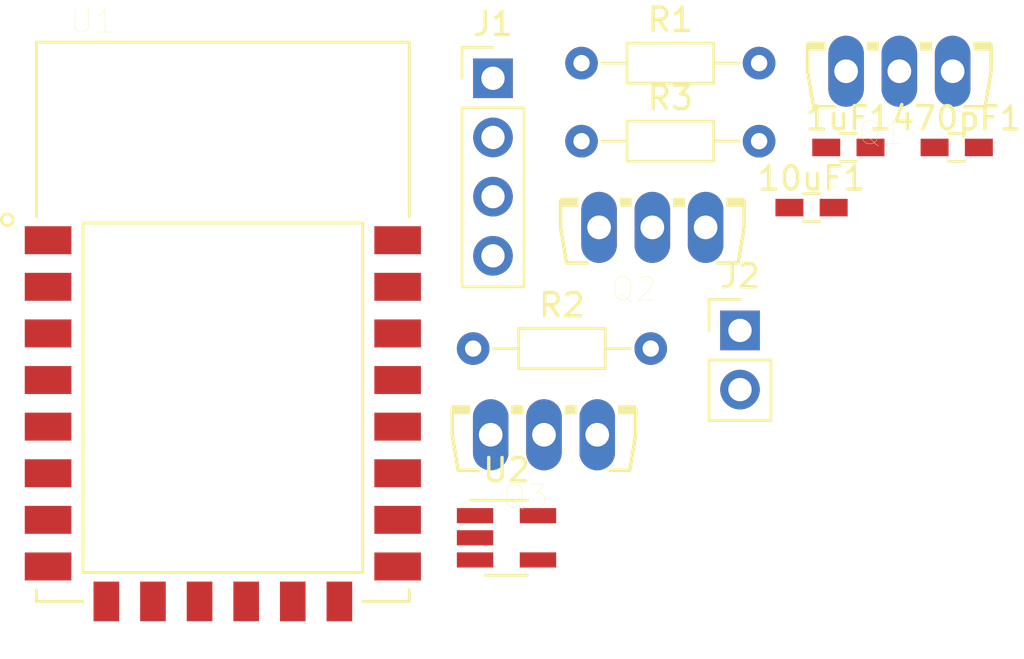
<source format=kicad_pcb>
(kicad_pcb (version 20171130) (host pcbnew "(5.1.7)-1")

  (general
    (thickness 1.6)
    (drawings 0)
    (tracks 0)
    (zones 0)
    (modules 13)
    (nets 34)
  )

  (page A4)
  (layers
    (0 F.Cu signal)
    (31 B.Cu signal)
    (32 B.Adhes user)
    (33 F.Adhes user)
    (34 B.Paste user)
    (35 F.Paste user)
    (36 B.SilkS user)
    (37 F.SilkS user)
    (38 B.Mask user)
    (39 F.Mask user)
    (40 Dwgs.User user)
    (41 Cmts.User user)
    (42 Eco1.User user)
    (43 Eco2.User user)
    (44 Edge.Cuts user)
    (45 Margin user)
    (46 B.CrtYd user)
    (47 F.CrtYd user)
    (48 B.Fab user)
    (49 F.Fab user)
  )

  (setup
    (last_trace_width 0.25)
    (trace_clearance 0.2)
    (zone_clearance 0.508)
    (zone_45_only no)
    (trace_min 0.2)
    (via_size 0.8)
    (via_drill 0.4)
    (via_min_size 0.4)
    (via_min_drill 0.3)
    (uvia_size 0.3)
    (uvia_drill 0.1)
    (uvias_allowed no)
    (uvia_min_size 0.2)
    (uvia_min_drill 0.1)
    (edge_width 0.1)
    (segment_width 0.2)
    (pcb_text_width 0.3)
    (pcb_text_size 1.5 1.5)
    (mod_edge_width 0.15)
    (mod_text_size 1 1)
    (mod_text_width 0.15)
    (pad_size 1.524 1.524)
    (pad_drill 0.762)
    (pad_to_mask_clearance 0)
    (aux_axis_origin 0 0)
    (visible_elements FFFFFF7F)
    (pcbplotparams
      (layerselection 0x010fc_ffffffff)
      (usegerberextensions false)
      (usegerberattributes true)
      (usegerberadvancedattributes true)
      (creategerberjobfile true)
      (excludeedgelayer true)
      (linewidth 0.100000)
      (plotframeref false)
      (viasonmask false)
      (mode 1)
      (useauxorigin false)
      (hpglpennumber 1)
      (hpglpenspeed 20)
      (hpglpendiameter 15.000000)
      (psnegative false)
      (psa4output false)
      (plotreference true)
      (plotvalue true)
      (plotinvisibletext false)
      (padsonsilk false)
      (subtractmaskfromsilk false)
      (outputformat 1)
      (mirror false)
      (drillshape 1)
      (scaleselection 1)
      (outputdirectory ""))
  )

  (net 0 "")
  (net 1 +3V3)
  (net 2 GND)
  (net 3 +9V)
  (net 4 "Net-(470pF1-Pad1)")
  (net 5 B_LED)
  (net 6 G_LED)
  (net 7 R_LED)
  (net 8 "Net-(R1-Pad2)")
  (net 9 "Net-(R2-Pad2)")
  (net 10 "Net-(R3-Pad2)")
  (net 11 "Net-(U1-Pad14)")
  (net 12 "Net-(U1-Pad13)")
  (net 13 "Net-(U1-Pad12)")
  (net 14 "Net-(U1-Pad11)")
  (net 15 "Net-(U1-Pad10)")
  (net 16 "Net-(U1-Pad9)")
  (net 17 "Net-(U1-Pad22)")
  (net 18 "Net-(U1-Pad21)")
  (net 19 "Net-(U1-Pad20)")
  (net 20 "Net-(U1-Pad19)")
  (net 21 "Net-(U1-Pad18)")
  (net 22 "Net-(U1-Pad17)")
  (net 23 "Net-(U1-Pad16)")
  (net 24 "Net-(U1-Pad7)")
  (net 25 "Net-(U1-Pad6)")
  (net 26 "Net-(U1-Pad5)")
  (net 27 "Net-(U1-Pad4)")
  (net 28 "Net-(U1-Pad3)")
  (net 29 "Net-(U1-Pad2)")
  (net 30 "Net-(U1-Pad1)")
  (net 31 "Net-(Q1-PadB)")
  (net 32 "Net-(Q2-PadB)")
  (net 33 "Net-(Q3-PadB)")

  (net_class Default "Dies ist die voreingestellte Netzklasse."
    (clearance 0.2)
    (trace_width 0.25)
    (via_dia 0.8)
    (via_drill 0.4)
    (uvia_dia 0.3)
    (uvia_drill 0.1)
    (add_net +3V3)
    (add_net +9V)
    (add_net B_LED)
    (add_net GND)
    (add_net G_LED)
    (add_net "Net-(470pF1-Pad1)")
    (add_net "Net-(Q1-PadB)")
    (add_net "Net-(Q2-PadB)")
    (add_net "Net-(Q3-PadB)")
    (add_net "Net-(R1-Pad2)")
    (add_net "Net-(R2-Pad2)")
    (add_net "Net-(R3-Pad2)")
    (add_net "Net-(U1-Pad1)")
    (add_net "Net-(U1-Pad10)")
    (add_net "Net-(U1-Pad11)")
    (add_net "Net-(U1-Pad12)")
    (add_net "Net-(U1-Pad13)")
    (add_net "Net-(U1-Pad14)")
    (add_net "Net-(U1-Pad16)")
    (add_net "Net-(U1-Pad17)")
    (add_net "Net-(U1-Pad18)")
    (add_net "Net-(U1-Pad19)")
    (add_net "Net-(U1-Pad2)")
    (add_net "Net-(U1-Pad20)")
    (add_net "Net-(U1-Pad21)")
    (add_net "Net-(U1-Pad22)")
    (add_net "Net-(U1-Pad3)")
    (add_net "Net-(U1-Pad4)")
    (add_net "Net-(U1-Pad5)")
    (add_net "Net-(U1-Pad6)")
    (add_net "Net-(U1-Pad7)")
    (add_net "Net-(U1-Pad9)")
    (add_net R_LED)
  )

  (module TO_SOT_Packages_SMD:SOT-23-5_HandSoldering (layer F.Cu) (tedit 58CE4E7E) (tstamp 5FD26906)
    (at 146.422 109.42)
    (descr "5-pin SOT23 package")
    (tags "SOT-23-5 hand-soldering")
    (path /5FCD5858)
    (attr smd)
    (fp_text reference U2 (at 0 -2.9) (layer F.SilkS)
      (effects (font (size 1 1) (thickness 0.15)))
    )
    (fp_text value SPX3819M5-L-3-3 (at 0 2.9) (layer F.Fab)
      (effects (font (size 1 1) (thickness 0.15)))
    )
    (fp_line (start 2.38 1.8) (end -2.38 1.8) (layer F.CrtYd) (width 0.05))
    (fp_line (start 2.38 1.8) (end 2.38 -1.8) (layer F.CrtYd) (width 0.05))
    (fp_line (start -2.38 -1.8) (end -2.38 1.8) (layer F.CrtYd) (width 0.05))
    (fp_line (start -2.38 -1.8) (end 2.38 -1.8) (layer F.CrtYd) (width 0.05))
    (fp_line (start 0.9 -1.55) (end 0.9 1.55) (layer F.Fab) (width 0.1))
    (fp_line (start 0.9 1.55) (end -0.9 1.55) (layer F.Fab) (width 0.1))
    (fp_line (start -0.9 -0.9) (end -0.9 1.55) (layer F.Fab) (width 0.1))
    (fp_line (start 0.9 -1.55) (end -0.25 -1.55) (layer F.Fab) (width 0.1))
    (fp_line (start -0.9 -0.9) (end -0.25 -1.55) (layer F.Fab) (width 0.1))
    (fp_line (start 0.9 -1.61) (end -1.55 -1.61) (layer F.SilkS) (width 0.12))
    (fp_line (start -0.9 1.61) (end 0.9 1.61) (layer F.SilkS) (width 0.12))
    (fp_text user %R (at 0 0 90) (layer F.Fab)
      (effects (font (size 0.5 0.5) (thickness 0.075)))
    )
    (pad 1 smd rect (at -1.35 -0.95) (size 1.56 0.65) (layers F.Cu F.Paste F.Mask)
      (net 3 +9V))
    (pad 2 smd rect (at -1.35 0) (size 1.56 0.65) (layers F.Cu F.Paste F.Mask)
      (net 2 GND))
    (pad 3 smd rect (at -1.35 0.95) (size 1.56 0.65) (layers F.Cu F.Paste F.Mask)
      (net 3 +9V))
    (pad 4 smd rect (at 1.35 0.95) (size 1.56 0.65) (layers F.Cu F.Paste F.Mask)
      (net 4 "Net-(470pF1-Pad1)"))
    (pad 5 smd rect (at 1.35 -0.95) (size 1.56 0.65) (layers F.Cu F.Paste F.Mask)
      (net 1 +3V3))
    (model ${KISYS3DMOD}/TO_SOT_Packages_SMD.3dshapes\SOT-23-5.wrl
      (at (xyz 0 0 0))
      (scale (xyz 1 1 1))
      (rotate (xyz 0 0 0))
    )
  )

  (module XCVR_ESP8266-12E:ESP-12E (layer F.Cu) (tedit 5FCC2098) (tstamp 5FD26903)
    (at 134.2505 103.65)
    (path /5FCD279E)
    (fp_text reference U1 (at -5.57929 -16.39759) (layer F.SilkS)
      (effects (font (size 1.000772 1.000772) (thickness 0.015)))
    )
    (fp_text value ESP8266-12E_ESP-12E (at 6.49605 10.37461) (layer F.Fab)
      (effects (font (size 1.000929 1.000929) (thickness 0.015)))
    )
    (fp_line (start -6 -7.74) (end 6 -7.74) (layer F.SilkS) (width 0.127))
    (fp_line (start 6 -7.74) (end 6 7.26) (layer F.SilkS) (width 0.127))
    (fp_line (start 6 7.26) (end -6 7.26) (layer F.SilkS) (width 0.127))
    (fp_line (start -6 7.26) (end -6 -7.74) (layer F.SilkS) (width 0.127))
    (fp_line (start -8 -15.5) (end 8 -15.5) (layer F.Fab) (width 0.127))
    (fp_line (start 8 -15.5) (end 8 8.5) (layer F.Fab) (width 0.127))
    (fp_line (start 8 8.5) (end -8 8.5) (layer F.Fab) (width 0.127))
    (fp_line (start -8 8.5) (end -8 -15.5) (layer F.Fab) (width 0.127))
    (fp_poly (pts (xy -8.00901 -15.5) (xy 8 -15.5) (xy 8 -8.50958) (xy -8.00901 -8.50958)) (layer Dwgs.User) (width 0.01))
    (fp_poly (pts (xy -8.00901 -15.5) (xy 8 -15.5) (xy 8 -8.50958) (xy -8.00901 -8.50958)) (layer Dwgs.User) (width 0.01))
    (fp_line (start -8 -8) (end -8 -15.5) (layer F.SilkS) (width 0.127))
    (fp_line (start -8 -15.5) (end 8 -15.5) (layer F.SilkS) (width 0.127))
    (fp_line (start 8 -15.5) (end 8 -8) (layer F.SilkS) (width 0.127))
    (fp_line (start -8 8) (end -8 8.5) (layer F.SilkS) (width 0.127))
    (fp_line (start -8 8.5) (end -6 8.5) (layer F.SilkS) (width 0.127))
    (fp_line (start 8 8) (end 8 8.5) (layer F.SilkS) (width 0.127))
    (fp_line (start 8 8.5) (end 6 8.5) (layer F.SilkS) (width 0.127))
    (fp_circle (center -9.25 -7.875) (end -9 -7.875) (layer F.SilkS) (width 0.127))
    (fp_line (start -8.75 9.625) (end 8.75 9.625) (layer F.CrtYd) (width 0.05))
    (fp_line (start 8.75 9.625) (end 8.75 -15.75) (layer F.CrtYd) (width 0.05))
    (fp_line (start 8.75 -15.75) (end -8.75 -15.75) (layer F.CrtYd) (width 0.05))
    (fp_line (start -8.75 -15.75) (end -8.75 9.625) (layer F.CrtYd) (width 0.05))
    (pad 14 smd rect (at 5 8.5) (size 1.1 1.7) (layers F.Cu F.Paste F.Mask)
      (net 11 "Net-(U1-Pad14)"))
    (pad 13 smd rect (at 3 8.5) (size 1.1 1.7) (layers F.Cu F.Paste F.Mask)
      (net 12 "Net-(U1-Pad13)"))
    (pad 12 smd rect (at 1 8.5) (size 1.1 1.7) (layers F.Cu F.Paste F.Mask)
      (net 13 "Net-(U1-Pad12)"))
    (pad 11 smd rect (at -1 8.5) (size 1.1 1.7) (layers F.Cu F.Paste F.Mask)
      (net 14 "Net-(U1-Pad11)"))
    (pad 10 smd rect (at -3 8.5) (size 1.1 1.7) (layers F.Cu F.Paste F.Mask)
      (net 15 "Net-(U1-Pad10)"))
    (pad 9 smd rect (at -5 8.5) (size 1.1 1.7) (layers F.Cu F.Paste F.Mask)
      (net 16 "Net-(U1-Pad9)"))
    (pad 22 smd rect (at 7.5 -7) (size 2 1.2) (layers F.Cu F.Paste F.Mask)
      (net 17 "Net-(U1-Pad22)"))
    (pad 21 smd rect (at 7.5 -5) (size 2 1.2) (layers F.Cu F.Paste F.Mask)
      (net 18 "Net-(U1-Pad21)"))
    (pad 20 smd rect (at 7.5 -3) (size 2 1.2) (layers F.Cu F.Paste F.Mask)
      (net 19 "Net-(U1-Pad20)"))
    (pad 19 smd rect (at 7.5 -1) (size 2 1.2) (layers F.Cu F.Paste F.Mask)
      (net 20 "Net-(U1-Pad19)"))
    (pad 18 smd rect (at 7.5 1) (size 2 1.2) (layers F.Cu F.Paste F.Mask)
      (net 21 "Net-(U1-Pad18)"))
    (pad 17 smd rect (at 7.5 3) (size 2 1.2) (layers F.Cu F.Paste F.Mask)
      (net 22 "Net-(U1-Pad17)"))
    (pad 16 smd rect (at 7.5 5) (size 2 1.2) (layers F.Cu F.Paste F.Mask)
      (net 23 "Net-(U1-Pad16)"))
    (pad 15 smd rect (at 7.5 7) (size 2 1.2) (layers F.Cu F.Paste F.Mask)
      (net 2 GND))
    (pad 8 smd rect (at -7.5 7) (size 2 1.2) (layers F.Cu F.Paste F.Mask)
      (net 1 +3V3))
    (pad 7 smd rect (at -7.5 5) (size 2 1.2) (layers F.Cu F.Paste F.Mask)
      (net 24 "Net-(U1-Pad7)"))
    (pad 6 smd rect (at -7.5 3) (size 2 1.2) (layers F.Cu F.Paste F.Mask)
      (net 25 "Net-(U1-Pad6)"))
    (pad 5 smd rect (at -7.5 1) (size 2 1.2) (layers F.Cu F.Paste F.Mask)
      (net 26 "Net-(U1-Pad5)"))
    (pad 4 smd rect (at -7.5 -1) (size 2 1.2) (layers F.Cu F.Paste F.Mask)
      (net 27 "Net-(U1-Pad4)"))
    (pad 3 smd rect (at -7.5 -3) (size 2 1.2) (layers F.Cu F.Paste F.Mask)
      (net 28 "Net-(U1-Pad3)"))
    (pad 2 smd rect (at -7.5 -5) (size 2 1.2) (layers F.Cu F.Paste F.Mask)
      (net 29 "Net-(U1-Pad2)"))
    (pad 1 smd rect (at -7.5 -7) (size 2 1.2) (layers F.Cu F.Paste F.Mask)
      (net 30 "Net-(U1-Pad1)"))
  )

  (module Resistors_ThroughHole:R_Axial_DIN0204_L3.6mm_D1.6mm_P7.62mm_Horizontal (layer F.Cu) (tedit 5874F706) (tstamp 5FD268D3)
    (at 149.642 92.4)
    (descr "Resistor, Axial_DIN0204 series, Axial, Horizontal, pin pitch=7.62mm, 0.16666666666666666W = 1/6W, length*diameter=3.6*1.6mm^2, http://cdn-reichelt.de/documents/datenblatt/B400/1_4W%23YAG.pdf")
    (tags "Resistor Axial_DIN0204 series Axial Horizontal pin pitch 7.62mm 0.16666666666666666W = 1/6W length 3.6mm diameter 1.6mm")
    (path /5FD2D047)
    (fp_text reference R3 (at 3.81 -1.86) (layer F.SilkS)
      (effects (font (size 1 1) (thickness 0.15)))
    )
    (fp_text value 1500 (at 3.81 1.86) (layer F.Fab)
      (effects (font (size 1 1) (thickness 0.15)))
    )
    (fp_line (start 8.6 -1.15) (end -0.95 -1.15) (layer F.CrtYd) (width 0.05))
    (fp_line (start 8.6 1.15) (end 8.6 -1.15) (layer F.CrtYd) (width 0.05))
    (fp_line (start -0.95 1.15) (end 8.6 1.15) (layer F.CrtYd) (width 0.05))
    (fp_line (start -0.95 -1.15) (end -0.95 1.15) (layer F.CrtYd) (width 0.05))
    (fp_line (start 6.74 0) (end 5.67 0) (layer F.SilkS) (width 0.12))
    (fp_line (start 0.88 0) (end 1.95 0) (layer F.SilkS) (width 0.12))
    (fp_line (start 5.67 -0.86) (end 1.95 -0.86) (layer F.SilkS) (width 0.12))
    (fp_line (start 5.67 0.86) (end 5.67 -0.86) (layer F.SilkS) (width 0.12))
    (fp_line (start 1.95 0.86) (end 5.67 0.86) (layer F.SilkS) (width 0.12))
    (fp_line (start 1.95 -0.86) (end 1.95 0.86) (layer F.SilkS) (width 0.12))
    (fp_line (start 7.62 0) (end 5.61 0) (layer F.Fab) (width 0.1))
    (fp_line (start 0 0) (end 2.01 0) (layer F.Fab) (width 0.1))
    (fp_line (start 5.61 -0.8) (end 2.01 -0.8) (layer F.Fab) (width 0.1))
    (fp_line (start 5.61 0.8) (end 5.61 -0.8) (layer F.Fab) (width 0.1))
    (fp_line (start 2.01 0.8) (end 5.61 0.8) (layer F.Fab) (width 0.1))
    (fp_line (start 2.01 -0.8) (end 2.01 0.8) (layer F.Fab) (width 0.1))
    (pad 1 thru_hole circle (at 0 0) (size 1.4 1.4) (drill 0.7) (layers *.Cu *.Mask)
      (net 33 "Net-(Q3-PadB)"))
    (pad 2 thru_hole oval (at 7.62 0) (size 1.4 1.4) (drill 0.7) (layers *.Cu *.Mask)
      (net 10 "Net-(R3-Pad2)"))
    (model ${KISYS3DMOD}/Resistors_THT.3dshapes/R_Axial_DIN0204_L3.6mm_D1.6mm_P7.62mm_Horizontal.wrl
      (at (xyz 0 0 0))
      (scale (xyz 0.393701 0.393701 0.393701))
      (rotate (xyz 0 0 0))
    )
  )

  (module Resistors_ThroughHole:R_Axial_DIN0204_L3.6mm_D1.6mm_P7.62mm_Horizontal (layer F.Cu) (tedit 5874F706) (tstamp 5FD268D0)
    (at 144.992 101.3)
    (descr "Resistor, Axial_DIN0204 series, Axial, Horizontal, pin pitch=7.62mm, 0.16666666666666666W = 1/6W, length*diameter=3.6*1.6mm^2, http://cdn-reichelt.de/documents/datenblatt/B400/1_4W%23YAG.pdf")
    (tags "Resistor Axial_DIN0204 series Axial Horizontal pin pitch 7.62mm 0.16666666666666666W = 1/6W length 3.6mm diameter 1.6mm")
    (path /5FD2C5D1)
    (fp_text reference R2 (at 3.81 -1.86) (layer F.SilkS)
      (effects (font (size 1 1) (thickness 0.15)))
    )
    (fp_text value 1500 (at 3.81 1.86) (layer F.Fab)
      (effects (font (size 1 1) (thickness 0.15)))
    )
    (fp_line (start 8.6 -1.15) (end -0.95 -1.15) (layer F.CrtYd) (width 0.05))
    (fp_line (start 8.6 1.15) (end 8.6 -1.15) (layer F.CrtYd) (width 0.05))
    (fp_line (start -0.95 1.15) (end 8.6 1.15) (layer F.CrtYd) (width 0.05))
    (fp_line (start -0.95 -1.15) (end -0.95 1.15) (layer F.CrtYd) (width 0.05))
    (fp_line (start 6.74 0) (end 5.67 0) (layer F.SilkS) (width 0.12))
    (fp_line (start 0.88 0) (end 1.95 0) (layer F.SilkS) (width 0.12))
    (fp_line (start 5.67 -0.86) (end 1.95 -0.86) (layer F.SilkS) (width 0.12))
    (fp_line (start 5.67 0.86) (end 5.67 -0.86) (layer F.SilkS) (width 0.12))
    (fp_line (start 1.95 0.86) (end 5.67 0.86) (layer F.SilkS) (width 0.12))
    (fp_line (start 1.95 -0.86) (end 1.95 0.86) (layer F.SilkS) (width 0.12))
    (fp_line (start 7.62 0) (end 5.61 0) (layer F.Fab) (width 0.1))
    (fp_line (start 0 0) (end 2.01 0) (layer F.Fab) (width 0.1))
    (fp_line (start 5.61 -0.8) (end 2.01 -0.8) (layer F.Fab) (width 0.1))
    (fp_line (start 5.61 0.8) (end 5.61 -0.8) (layer F.Fab) (width 0.1))
    (fp_line (start 2.01 0.8) (end 5.61 0.8) (layer F.Fab) (width 0.1))
    (fp_line (start 2.01 -0.8) (end 2.01 0.8) (layer F.Fab) (width 0.1))
    (pad 1 thru_hole circle (at 0 0) (size 1.4 1.4) (drill 0.7) (layers *.Cu *.Mask)
      (net 32 "Net-(Q2-PadB)"))
    (pad 2 thru_hole oval (at 7.62 0) (size 1.4 1.4) (drill 0.7) (layers *.Cu *.Mask)
      (net 9 "Net-(R2-Pad2)"))
    (model ${KISYS3DMOD}/Resistors_THT.3dshapes/R_Axial_DIN0204_L3.6mm_D1.6mm_P7.62mm_Horizontal.wrl
      (at (xyz 0 0 0))
      (scale (xyz 0.393701 0.393701 0.393701))
      (rotate (xyz 0 0 0))
    )
  )

  (module Resistors_ThroughHole:R_Axial_DIN0204_L3.6mm_D1.6mm_P7.62mm_Horizontal (layer F.Cu) (tedit 5874F706) (tstamp 5FD268CD)
    (at 149.642 89.05)
    (descr "Resistor, Axial_DIN0204 series, Axial, Horizontal, pin pitch=7.62mm, 0.16666666666666666W = 1/6W, length*diameter=3.6*1.6mm^2, http://cdn-reichelt.de/documents/datenblatt/B400/1_4W%23YAG.pdf")
    (tags "Resistor Axial_DIN0204 series Axial Horizontal pin pitch 7.62mm 0.16666666666666666W = 1/6W length 3.6mm diameter 1.6mm")
    (path /5FD2AE30)
    (fp_text reference R1 (at 3.81 -1.86) (layer F.SilkS)
      (effects (font (size 1 1) (thickness 0.15)))
    )
    (fp_text value 1500 (at 3.81 1.86) (layer F.Fab)
      (effects (font (size 1 1) (thickness 0.15)))
    )
    (fp_line (start 8.6 -1.15) (end -0.95 -1.15) (layer F.CrtYd) (width 0.05))
    (fp_line (start 8.6 1.15) (end 8.6 -1.15) (layer F.CrtYd) (width 0.05))
    (fp_line (start -0.95 1.15) (end 8.6 1.15) (layer F.CrtYd) (width 0.05))
    (fp_line (start -0.95 -1.15) (end -0.95 1.15) (layer F.CrtYd) (width 0.05))
    (fp_line (start 6.74 0) (end 5.67 0) (layer F.SilkS) (width 0.12))
    (fp_line (start 0.88 0) (end 1.95 0) (layer F.SilkS) (width 0.12))
    (fp_line (start 5.67 -0.86) (end 1.95 -0.86) (layer F.SilkS) (width 0.12))
    (fp_line (start 5.67 0.86) (end 5.67 -0.86) (layer F.SilkS) (width 0.12))
    (fp_line (start 1.95 0.86) (end 5.67 0.86) (layer F.SilkS) (width 0.12))
    (fp_line (start 1.95 -0.86) (end 1.95 0.86) (layer F.SilkS) (width 0.12))
    (fp_line (start 7.62 0) (end 5.61 0) (layer F.Fab) (width 0.1))
    (fp_line (start 0 0) (end 2.01 0) (layer F.Fab) (width 0.1))
    (fp_line (start 5.61 -0.8) (end 2.01 -0.8) (layer F.Fab) (width 0.1))
    (fp_line (start 5.61 0.8) (end 5.61 -0.8) (layer F.Fab) (width 0.1))
    (fp_line (start 2.01 0.8) (end 5.61 0.8) (layer F.Fab) (width 0.1))
    (fp_line (start 2.01 -0.8) (end 2.01 0.8) (layer F.Fab) (width 0.1))
    (pad 1 thru_hole circle (at 0 0) (size 1.4 1.4) (drill 0.7) (layers *.Cu *.Mask)
      (net 31 "Net-(Q1-PadB)"))
    (pad 2 thru_hole oval (at 7.62 0) (size 1.4 1.4) (drill 0.7) (layers *.Cu *.Mask)
      (net 8 "Net-(R1-Pad2)"))
    (model ${KISYS3DMOD}/Resistors_THT.3dshapes/R_Axial_DIN0204_L3.6mm_D1.6mm_P7.62mm_Horizontal.wrl
      (at (xyz 0 0 0))
      (scale (xyz 0.393701 0.393701 0.393701))
      (rotate (xyz 0 0 0))
    )
  )

  (module BD437:TO126AV (layer F.Cu) (tedit 5FD253C2) (tstamp 5FD268CA)
    (at 148.0302 103.728999)
    (descr "<b>Molded Package</b><p>grid 2.3 mm")
    (path /5FD3FC16)
    (fp_text reference Q3 (at -0.788845 3.918725) (layer F.SilkS)
      (effects (font (size 1.001819 1.001819) (thickness 0.015)))
    )
    (fp_text value BD437 (at 0.457775 5.696715) (layer F.Fab)
      (effects (font (size 1.001252 1.001252) (thickness 0.015)))
    )
    (fp_line (start -3.937 0.127) (end -3.937 1.27) (layer F.SilkS) (width 0.1524))
    (fp_line (start -3.937 1.27) (end -3.683 2.794) (layer F.SilkS) (width 0.1524))
    (fp_line (start 3.683 2.794) (end 3.937 1.27) (layer F.SilkS) (width 0.1524))
    (fp_line (start 3.937 1.27) (end 3.937 0.127) (layer F.SilkS) (width 0.1524))
    (fp_line (start -3.683 2.794) (end -2.794 2.794) (layer F.SilkS) (width 0.1524))
    (fp_line (start -2.794 2.794) (end -1.778 2.794) (layer F.Fab) (width 0.1524))
    (fp_line (start -0.508 2.794) (end 0.508 2.794) (layer F.Fab) (width 0.1524))
    (fp_line (start 1.778 2.794) (end 2.794 2.794) (layer F.Fab) (width 0.1524))
    (fp_line (start 2.794 2.794) (end 3.683 2.794) (layer F.SilkS) (width 0.1524))
    (fp_circle (center -3.175 2.159) (end -2.7686 2.159) (layer F.Fab) (width 0.1524))
    (fp_poly (pts (xy -3.9379 0) (xy -3.175 0) (xy -3.175 0.381087) (xy -3.9379 0.381087)) (layer F.SilkS) (width 0.01))
    (fp_poly (pts (xy -1.39869 0) (xy -0.889 0) (xy -0.889 0.381461) (xy -1.39869 0.381461)) (layer F.SilkS) (width 0.01))
    (fp_poly (pts (xy 0.890475 0) (xy 1.397 0) (xy 1.397 0.381632) (xy 0.890475 0.381632)) (layer F.SilkS) (width 0.01))
    (fp_poly (pts (xy 3.18073 0) (xy 3.937 0) (xy 3.937 0.381688) (xy 3.18073 0.381688)) (layer F.SilkS) (width 0.01))
    (fp_poly (pts (xy -3.17884 0) (xy -1.397 0) (xy -1.397 0.381461) (xy -3.17884 0.381461)) (layer F.Fab) (width 0.01))
    (fp_poly (pts (xy -0.890635 0) (xy 0.889 0) (xy 0.889 0.381701) (xy -0.890635 0.381701)) (layer F.Fab) (width 0.01))
    (fp_poly (pts (xy 1.39952 0) (xy 3.175 0) (xy 3.175 0.381687) (xy 1.39952 0.381687)) (layer F.Fab) (width 0.01))
    (pad B thru_hole oval (at 2.286 1.27) (size 1.524 3.048) (drill 1.016) (layers *.Cu *.Mask)
      (net 33 "Net-(Q3-PadB)"))
    (pad C thru_hole oval (at 0 1.27) (size 1.524 3.048) (drill 1.016) (layers *.Cu *.Mask)
      (net 5 B_LED))
    (pad E thru_hole oval (at -2.286 1.27) (size 1.524 3.048) (drill 1.016) (layers *.Cu *.Mask)
      (net 2 GND))
  )

  (module BD437:TO126AV (layer F.Cu) (tedit 5FD253C2) (tstamp 5FD268B2)
    (at 152.6802 94.828999)
    (descr "<b>Molded Package</b><p>grid 2.3 mm")
    (path /5FD3F11E)
    (fp_text reference Q2 (at -0.788845 3.918725) (layer F.SilkS)
      (effects (font (size 1.001819 1.001819) (thickness 0.015)))
    )
    (fp_text value BD437 (at 0.457775 5.696715) (layer F.Fab)
      (effects (font (size 1.001252 1.001252) (thickness 0.015)))
    )
    (fp_line (start -3.937 0.127) (end -3.937 1.27) (layer F.SilkS) (width 0.1524))
    (fp_line (start -3.937 1.27) (end -3.683 2.794) (layer F.SilkS) (width 0.1524))
    (fp_line (start 3.683 2.794) (end 3.937 1.27) (layer F.SilkS) (width 0.1524))
    (fp_line (start 3.937 1.27) (end 3.937 0.127) (layer F.SilkS) (width 0.1524))
    (fp_line (start -3.683 2.794) (end -2.794 2.794) (layer F.SilkS) (width 0.1524))
    (fp_line (start -2.794 2.794) (end -1.778 2.794) (layer F.Fab) (width 0.1524))
    (fp_line (start -0.508 2.794) (end 0.508 2.794) (layer F.Fab) (width 0.1524))
    (fp_line (start 1.778 2.794) (end 2.794 2.794) (layer F.Fab) (width 0.1524))
    (fp_line (start 2.794 2.794) (end 3.683 2.794) (layer F.SilkS) (width 0.1524))
    (fp_circle (center -3.175 2.159) (end -2.7686 2.159) (layer F.Fab) (width 0.1524))
    (fp_poly (pts (xy -3.9379 0) (xy -3.175 0) (xy -3.175 0.381087) (xy -3.9379 0.381087)) (layer F.SilkS) (width 0.01))
    (fp_poly (pts (xy -1.39869 0) (xy -0.889 0) (xy -0.889 0.381461) (xy -1.39869 0.381461)) (layer F.SilkS) (width 0.01))
    (fp_poly (pts (xy 0.890475 0) (xy 1.397 0) (xy 1.397 0.381632) (xy 0.890475 0.381632)) (layer F.SilkS) (width 0.01))
    (fp_poly (pts (xy 3.18073 0) (xy 3.937 0) (xy 3.937 0.381688) (xy 3.18073 0.381688)) (layer F.SilkS) (width 0.01))
    (fp_poly (pts (xy -3.17884 0) (xy -1.397 0) (xy -1.397 0.381461) (xy -3.17884 0.381461)) (layer F.Fab) (width 0.01))
    (fp_poly (pts (xy -0.890635 0) (xy 0.889 0) (xy 0.889 0.381701) (xy -0.890635 0.381701)) (layer F.Fab) (width 0.01))
    (fp_poly (pts (xy 1.39952 0) (xy 3.175 0) (xy 3.175 0.381687) (xy 1.39952 0.381687)) (layer F.Fab) (width 0.01))
    (pad B thru_hole oval (at 2.286 1.27) (size 1.524 3.048) (drill 1.016) (layers *.Cu *.Mask)
      (net 32 "Net-(Q2-PadB)"))
    (pad C thru_hole oval (at 0 1.27) (size 1.524 3.048) (drill 1.016) (layers *.Cu *.Mask)
      (net 6 G_LED))
    (pad E thru_hole oval (at -2.286 1.27) (size 1.524 3.048) (drill 1.016) (layers *.Cu *.Mask)
      (net 2 GND))
  )

  (module BD437:TO126AV (layer F.Cu) (tedit 5FD253C2) (tstamp 5FD2689A)
    (at 163.2802 88.128999)
    (descr "<b>Molded Package</b><p>grid 2.3 mm")
    (path /5FD3C944)
    (fp_text reference Q1 (at -0.788845 3.918725) (layer F.SilkS)
      (effects (font (size 1.001819 1.001819) (thickness 0.015)))
    )
    (fp_text value BD437 (at 0.457775 5.696715) (layer F.Fab)
      (effects (font (size 1.001252 1.001252) (thickness 0.015)))
    )
    (fp_line (start -3.937 0.127) (end -3.937 1.27) (layer F.SilkS) (width 0.1524))
    (fp_line (start -3.937 1.27) (end -3.683 2.794) (layer F.SilkS) (width 0.1524))
    (fp_line (start 3.683 2.794) (end 3.937 1.27) (layer F.SilkS) (width 0.1524))
    (fp_line (start 3.937 1.27) (end 3.937 0.127) (layer F.SilkS) (width 0.1524))
    (fp_line (start -3.683 2.794) (end -2.794 2.794) (layer F.SilkS) (width 0.1524))
    (fp_line (start -2.794 2.794) (end -1.778 2.794) (layer F.Fab) (width 0.1524))
    (fp_line (start -0.508 2.794) (end 0.508 2.794) (layer F.Fab) (width 0.1524))
    (fp_line (start 1.778 2.794) (end 2.794 2.794) (layer F.Fab) (width 0.1524))
    (fp_line (start 2.794 2.794) (end 3.683 2.794) (layer F.SilkS) (width 0.1524))
    (fp_circle (center -3.175 2.159) (end -2.7686 2.159) (layer F.Fab) (width 0.1524))
    (fp_poly (pts (xy -3.9379 0) (xy -3.175 0) (xy -3.175 0.381087) (xy -3.9379 0.381087)) (layer F.SilkS) (width 0.01))
    (fp_poly (pts (xy -1.39869 0) (xy -0.889 0) (xy -0.889 0.381461) (xy -1.39869 0.381461)) (layer F.SilkS) (width 0.01))
    (fp_poly (pts (xy 0.890475 0) (xy 1.397 0) (xy 1.397 0.381632) (xy 0.890475 0.381632)) (layer F.SilkS) (width 0.01))
    (fp_poly (pts (xy 3.18073 0) (xy 3.937 0) (xy 3.937 0.381688) (xy 3.18073 0.381688)) (layer F.SilkS) (width 0.01))
    (fp_poly (pts (xy -3.17884 0) (xy -1.397 0) (xy -1.397 0.381461) (xy -3.17884 0.381461)) (layer F.Fab) (width 0.01))
    (fp_poly (pts (xy -0.890635 0) (xy 0.889 0) (xy 0.889 0.381701) (xy -0.890635 0.381701)) (layer F.Fab) (width 0.01))
    (fp_poly (pts (xy 1.39952 0) (xy 3.175 0) (xy 3.175 0.381687) (xy 1.39952 0.381687)) (layer F.Fab) (width 0.01))
    (pad B thru_hole oval (at 2.286 1.27) (size 1.524 3.048) (drill 1.016) (layers *.Cu *.Mask)
      (net 31 "Net-(Q1-PadB)"))
    (pad C thru_hole oval (at 0 1.27) (size 1.524 3.048) (drill 1.016) (layers *.Cu *.Mask)
      (net 7 R_LED))
    (pad E thru_hole oval (at -2.286 1.27) (size 1.524 3.048) (drill 1.016) (layers *.Cu *.Mask)
      (net 2 GND))
  )

  (module Pin_Headers:Pin_Header_Straight_1x02_Pitch2.54mm (layer F.Cu) (tedit 59650532) (tstamp 5FD26882)
    (at 156.442 100.52)
    (descr "Through hole straight pin header, 1x02, 2.54mm pitch, single row")
    (tags "Through hole pin header THT 1x02 2.54mm single row")
    (path /5FD062DA)
    (fp_text reference J2 (at 0 -2.33) (layer F.SilkS)
      (effects (font (size 1 1) (thickness 0.15)))
    )
    (fp_text value Conn_01x02_Female (at 0 4.87) (layer F.Fab)
      (effects (font (size 1 1) (thickness 0.15)))
    )
    (fp_line (start 1.8 -1.8) (end -1.8 -1.8) (layer F.CrtYd) (width 0.05))
    (fp_line (start 1.8 4.35) (end 1.8 -1.8) (layer F.CrtYd) (width 0.05))
    (fp_line (start -1.8 4.35) (end 1.8 4.35) (layer F.CrtYd) (width 0.05))
    (fp_line (start -1.8 -1.8) (end -1.8 4.35) (layer F.CrtYd) (width 0.05))
    (fp_line (start -1.33 -1.33) (end 0 -1.33) (layer F.SilkS) (width 0.12))
    (fp_line (start -1.33 0) (end -1.33 -1.33) (layer F.SilkS) (width 0.12))
    (fp_line (start -1.33 1.27) (end 1.33 1.27) (layer F.SilkS) (width 0.12))
    (fp_line (start 1.33 1.27) (end 1.33 3.87) (layer F.SilkS) (width 0.12))
    (fp_line (start -1.33 1.27) (end -1.33 3.87) (layer F.SilkS) (width 0.12))
    (fp_line (start -1.33 3.87) (end 1.33 3.87) (layer F.SilkS) (width 0.12))
    (fp_line (start -1.27 -0.635) (end -0.635 -1.27) (layer F.Fab) (width 0.1))
    (fp_line (start -1.27 3.81) (end -1.27 -0.635) (layer F.Fab) (width 0.1))
    (fp_line (start 1.27 3.81) (end -1.27 3.81) (layer F.Fab) (width 0.1))
    (fp_line (start 1.27 -1.27) (end 1.27 3.81) (layer F.Fab) (width 0.1))
    (fp_line (start -0.635 -1.27) (end 1.27 -1.27) (layer F.Fab) (width 0.1))
    (fp_text user %R (at 0 1.27 90) (layer F.Fab)
      (effects (font (size 1 1) (thickness 0.15)))
    )
    (pad 1 thru_hole rect (at 0 0) (size 1.7 1.7) (drill 1) (layers *.Cu *.Mask)
      (net 3 +9V))
    (pad 2 thru_hole oval (at 0 2.54) (size 1.7 1.7) (drill 1) (layers *.Cu *.Mask)
      (net 2 GND))
    (model ${KISYS3DMOD}/Pin_Headers.3dshapes/Pin_Header_Straight_1x02_Pitch2.54mm.wrl
      (at (xyz 0 0 0))
      (scale (xyz 1 1 1))
      (rotate (xyz 0 0 0))
    )
  )

  (module Pin_Headers:Pin_Header_Straight_1x04_Pitch2.54mm (layer F.Cu) (tedit 59650532) (tstamp 5FD2687F)
    (at 145.842 89.7)
    (descr "Through hole straight pin header, 1x04, 2.54mm pitch, single row")
    (tags "Through hole pin header THT 1x04 2.54mm single row")
    (path /5FCFDF38)
    (fp_text reference J1 (at 0 -2.33) (layer F.SilkS)
      (effects (font (size 1 1) (thickness 0.15)))
    )
    (fp_text value Conn_01x04_Male (at 0 9.95) (layer F.Fab)
      (effects (font (size 1 1) (thickness 0.15)))
    )
    (fp_line (start 1.8 -1.8) (end -1.8 -1.8) (layer F.CrtYd) (width 0.05))
    (fp_line (start 1.8 9.4) (end 1.8 -1.8) (layer F.CrtYd) (width 0.05))
    (fp_line (start -1.8 9.4) (end 1.8 9.4) (layer F.CrtYd) (width 0.05))
    (fp_line (start -1.8 -1.8) (end -1.8 9.4) (layer F.CrtYd) (width 0.05))
    (fp_line (start -1.33 -1.33) (end 0 -1.33) (layer F.SilkS) (width 0.12))
    (fp_line (start -1.33 0) (end -1.33 -1.33) (layer F.SilkS) (width 0.12))
    (fp_line (start -1.33 1.27) (end 1.33 1.27) (layer F.SilkS) (width 0.12))
    (fp_line (start 1.33 1.27) (end 1.33 8.95) (layer F.SilkS) (width 0.12))
    (fp_line (start -1.33 1.27) (end -1.33 8.95) (layer F.SilkS) (width 0.12))
    (fp_line (start -1.33 8.95) (end 1.33 8.95) (layer F.SilkS) (width 0.12))
    (fp_line (start -1.27 -0.635) (end -0.635 -1.27) (layer F.Fab) (width 0.1))
    (fp_line (start -1.27 8.89) (end -1.27 -0.635) (layer F.Fab) (width 0.1))
    (fp_line (start 1.27 8.89) (end -1.27 8.89) (layer F.Fab) (width 0.1))
    (fp_line (start 1.27 -1.27) (end 1.27 8.89) (layer F.Fab) (width 0.1))
    (fp_line (start -0.635 -1.27) (end 1.27 -1.27) (layer F.Fab) (width 0.1))
    (fp_text user %R (at 0 3.81 90) (layer F.Fab)
      (effects (font (size 1 1) (thickness 0.15)))
    )
    (pad 1 thru_hole rect (at 0 0) (size 1.7 1.7) (drill 1) (layers *.Cu *.Mask)
      (net 3 +9V))
    (pad 2 thru_hole oval (at 0 2.54) (size 1.7 1.7) (drill 1) (layers *.Cu *.Mask)
      (net 5 B_LED))
    (pad 3 thru_hole oval (at 0 5.08) (size 1.7 1.7) (drill 1) (layers *.Cu *.Mask)
      (net 6 G_LED))
    (pad 4 thru_hole oval (at 0 7.62) (size 1.7 1.7) (drill 1) (layers *.Cu *.Mask)
      (net 7 R_LED))
    (model ${KISYS3DMOD}/Pin_Headers.3dshapes/Pin_Header_Straight_1x04_Pitch2.54mm.wrl
      (at (xyz 0 0 0))
      (scale (xyz 1 1 1))
      (rotate (xyz 0 0 0))
    )
  )

  (module Capacitors_SMD:C_0603_HandSoldering (layer F.Cu) (tedit 58AA848B) (tstamp 5FD2687C)
    (at 165.742 92.67)
    (descr "Capacitor SMD 0603, hand soldering")
    (tags "capacitor 0603")
    (path /5FCEB39C)
    (attr smd)
    (fp_text reference 470pF1 (at 0 -1.25) (layer F.SilkS)
      (effects (font (size 1 1) (thickness 0.15)))
    )
    (fp_text value CP (at 0 1.5) (layer F.Fab)
      (effects (font (size 1 1) (thickness 0.15)))
    )
    (fp_line (start 1.8 0.65) (end -1.8 0.65) (layer F.CrtYd) (width 0.05))
    (fp_line (start 1.8 0.65) (end 1.8 -0.65) (layer F.CrtYd) (width 0.05))
    (fp_line (start -1.8 -0.65) (end -1.8 0.65) (layer F.CrtYd) (width 0.05))
    (fp_line (start -1.8 -0.65) (end 1.8 -0.65) (layer F.CrtYd) (width 0.05))
    (fp_line (start 0.35 0.6) (end -0.35 0.6) (layer F.SilkS) (width 0.12))
    (fp_line (start -0.35 -0.6) (end 0.35 -0.6) (layer F.SilkS) (width 0.12))
    (fp_line (start -0.8 -0.4) (end 0.8 -0.4) (layer F.Fab) (width 0.1))
    (fp_line (start 0.8 -0.4) (end 0.8 0.4) (layer F.Fab) (width 0.1))
    (fp_line (start 0.8 0.4) (end -0.8 0.4) (layer F.Fab) (width 0.1))
    (fp_line (start -0.8 0.4) (end -0.8 -0.4) (layer F.Fab) (width 0.1))
    (fp_text user %R (at 0 -1.25) (layer F.Fab)
      (effects (font (size 1 1) (thickness 0.15)))
    )
    (pad 1 smd rect (at -0.95 0) (size 1.2 0.75) (layers F.Cu F.Paste F.Mask)
      (net 4 "Net-(470pF1-Pad1)"))
    (pad 2 smd rect (at 0.95 0) (size 1.2 0.75) (layers F.Cu F.Paste F.Mask)
      (net 2 GND))
    (model Capacitors_SMD.3dshapes/C_0603.wrl
      (at (xyz 0 0 0))
      (scale (xyz 1 1 1))
      (rotate (xyz 0 0 0))
    )
  )

  (module Capacitors_SMD:C_0603_HandSoldering (layer F.Cu) (tedit 58AA848B) (tstamp 5FD26879)
    (at 161.092 92.67)
    (descr "Capacitor SMD 0603, hand soldering")
    (tags "capacitor 0603")
    (path /5FCE7FF2)
    (attr smd)
    (fp_text reference 1uF1 (at 0 -1.25) (layer F.SilkS)
      (effects (font (size 1 1) (thickness 0.15)))
    )
    (fp_text value CP (at 0 1.5) (layer F.Fab)
      (effects (font (size 1 1) (thickness 0.15)))
    )
    (fp_line (start 1.8 0.65) (end -1.8 0.65) (layer F.CrtYd) (width 0.05))
    (fp_line (start 1.8 0.65) (end 1.8 -0.65) (layer F.CrtYd) (width 0.05))
    (fp_line (start -1.8 -0.65) (end -1.8 0.65) (layer F.CrtYd) (width 0.05))
    (fp_line (start -1.8 -0.65) (end 1.8 -0.65) (layer F.CrtYd) (width 0.05))
    (fp_line (start 0.35 0.6) (end -0.35 0.6) (layer F.SilkS) (width 0.12))
    (fp_line (start -0.35 -0.6) (end 0.35 -0.6) (layer F.SilkS) (width 0.12))
    (fp_line (start -0.8 -0.4) (end 0.8 -0.4) (layer F.Fab) (width 0.1))
    (fp_line (start 0.8 -0.4) (end 0.8 0.4) (layer F.Fab) (width 0.1))
    (fp_line (start 0.8 0.4) (end -0.8 0.4) (layer F.Fab) (width 0.1))
    (fp_line (start -0.8 0.4) (end -0.8 -0.4) (layer F.Fab) (width 0.1))
    (fp_text user %R (at 0 -1.25) (layer F.Fab)
      (effects (font (size 1 1) (thickness 0.15)))
    )
    (pad 1 smd rect (at -0.95 0) (size 1.2 0.75) (layers F.Cu F.Paste F.Mask)
      (net 3 +9V))
    (pad 2 smd rect (at 0.95 0) (size 1.2 0.75) (layers F.Cu F.Paste F.Mask)
      (net 2 GND))
    (model Capacitors_SMD.3dshapes/C_0603.wrl
      (at (xyz 0 0 0))
      (scale (xyz 1 1 1))
      (rotate (xyz 0 0 0))
    )
  )

  (module Capacitors_SMD:C_0603_HandSoldering (layer F.Cu) (tedit 58AA848B) (tstamp 5FD26876)
    (at 159.512 95.25)
    (descr "Capacitor SMD 0603, hand soldering")
    (tags "capacitor 0603")
    (path /5FCEA301)
    (attr smd)
    (fp_text reference 10uF1 (at 0 -1.25) (layer F.SilkS)
      (effects (font (size 1 1) (thickness 0.15)))
    )
    (fp_text value CP (at 0 1.5) (layer F.Fab)
      (effects (font (size 1 1) (thickness 0.15)))
    )
    (fp_line (start 1.8 0.65) (end -1.8 0.65) (layer F.CrtYd) (width 0.05))
    (fp_line (start 1.8 0.65) (end 1.8 -0.65) (layer F.CrtYd) (width 0.05))
    (fp_line (start -1.8 -0.65) (end -1.8 0.65) (layer F.CrtYd) (width 0.05))
    (fp_line (start -1.8 -0.65) (end 1.8 -0.65) (layer F.CrtYd) (width 0.05))
    (fp_line (start 0.35 0.6) (end -0.35 0.6) (layer F.SilkS) (width 0.12))
    (fp_line (start -0.35 -0.6) (end 0.35 -0.6) (layer F.SilkS) (width 0.12))
    (fp_line (start -0.8 -0.4) (end 0.8 -0.4) (layer F.Fab) (width 0.1))
    (fp_line (start 0.8 -0.4) (end 0.8 0.4) (layer F.Fab) (width 0.1))
    (fp_line (start 0.8 0.4) (end -0.8 0.4) (layer F.Fab) (width 0.1))
    (fp_line (start -0.8 0.4) (end -0.8 -0.4) (layer F.Fab) (width 0.1))
    (fp_text user %R (at 0 -1.25) (layer F.Fab)
      (effects (font (size 1 1) (thickness 0.15)))
    )
    (pad 1 smd rect (at -0.95 0) (size 1.2 0.75) (layers F.Cu F.Paste F.Mask)
      (net 1 +3V3))
    (pad 2 smd rect (at 0.95 0) (size 1.2 0.75) (layers F.Cu F.Paste F.Mask)
      (net 2 GND))
    (model Capacitors_SMD.3dshapes/C_0603.wrl
      (at (xyz 0 0 0))
      (scale (xyz 1 1 1))
      (rotate (xyz 0 0 0))
    )
  )

)

</source>
